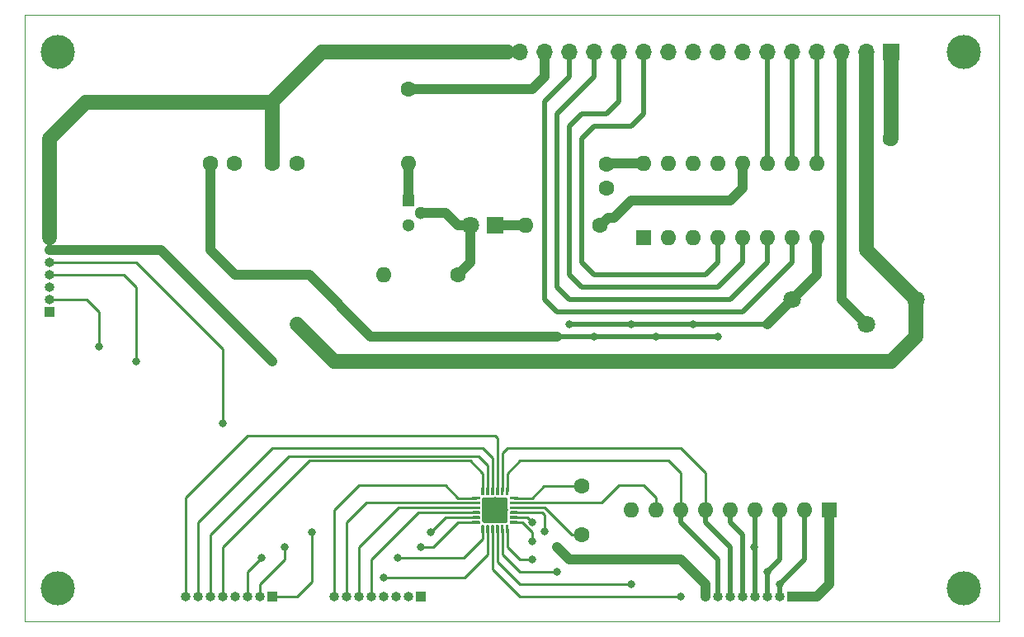
<source format=gbr>
%TF.GenerationSoftware,KiCad,Pcbnew,5.1.3-ffb9f22~84~ubuntu16.04.1*%
%TF.CreationDate,2019-07-26T23:44:31+02:00*%
%TF.ProjectId,Raspberry-I2C-LCD-and-Keypad,52617370-6265-4727-9279-2d4932432d4c,rev?*%
%TF.SameCoordinates,Original*%
%TF.FileFunction,Copper,L2,Bot*%
%TF.FilePolarity,Positive*%
%FSLAX46Y46*%
G04 Gerber Fmt 4.6, Leading zero omitted, Abs format (unit mm)*
G04 Created by KiCad (PCBNEW 5.1.3-ffb9f22~84~ubuntu16.04.1) date 2019-07-26 23:44:31*
%MOMM*%
%LPD*%
G04 APERTURE LIST*
%ADD10C,0.050000*%
%ADD11C,3.500000*%
%ADD12O,1.700000X1.700000*%
%ADD13R,1.700000X1.700000*%
%ADD14C,1.600000*%
%ADD15R,1.600000X1.600000*%
%ADD16C,1.800000*%
%ADD17R,1.800000X1.800000*%
%ADD18O,1.000000X1.000000*%
%ADD19R,1.000000X1.000000*%
%ADD20R,1.300000X1.300000*%
%ADD21C,1.300000*%
%ADD22O,1.600000X1.600000*%
%ADD23C,0.100000*%
%ADD24C,0.300000*%
%ADD25C,2.650000*%
%ADD26C,0.800000*%
%ADD27C,0.250000*%
%ADD28C,0.499872*%
%ADD29C,0.990600*%
%ADD30C,1.498600*%
G04 APERTURE END LIST*
D10*
X191439800Y-69850000D02*
X91440000Y-69850000D01*
X191439800Y-132080000D02*
X191439800Y-69850000D01*
X91440000Y-132080000D02*
X191439800Y-132080000D01*
X91440000Y-69850000D02*
X91440000Y-132080000D01*
D11*
X94840000Y-128660000D03*
X187840000Y-128660000D03*
X94840000Y-73660000D03*
X187840000Y-73660000D03*
D12*
X167640000Y-73660000D03*
X165100000Y-73660000D03*
D13*
X180340000Y-73660000D03*
D12*
X162560000Y-73660000D03*
X160020000Y-73660000D03*
X142240000Y-73660000D03*
X172720000Y-73660000D03*
X170180000Y-73660000D03*
X177800000Y-73660000D03*
X175260000Y-73660000D03*
X147320000Y-73660000D03*
X144780000Y-73660000D03*
X152400000Y-73660000D03*
X149860000Y-73660000D03*
X157480000Y-73660000D03*
X154940000Y-73660000D03*
D14*
X151130000Y-85130000D03*
X151130000Y-87630000D03*
X180300000Y-82550000D03*
D15*
X177800000Y-82550000D03*
D14*
X116880000Y-85090000D03*
X119380000Y-85090000D03*
X112990000Y-85090000D03*
X110490000Y-85090000D03*
D16*
X137160000Y-91440000D03*
D17*
X139700000Y-91440000D03*
D18*
X93980000Y-93980000D03*
X93980000Y-95250000D03*
X93980000Y-96520000D03*
X93980000Y-97790000D03*
X93980000Y-99060000D03*
D19*
X93980000Y-100330000D03*
D18*
X123190000Y-129540000D03*
X124460000Y-129540000D03*
X125730000Y-129540000D03*
X127000000Y-129540000D03*
X128270000Y-129540000D03*
X129540000Y-129540000D03*
X130810000Y-129540000D03*
D19*
X132080000Y-129540000D03*
D18*
X161290000Y-129540000D03*
X162560000Y-129540000D03*
X163830000Y-129540000D03*
X165100000Y-129540000D03*
X166370000Y-129540000D03*
X167640000Y-129540000D03*
X168910000Y-129540000D03*
D19*
X170180000Y-129540000D03*
D18*
X107950000Y-129540000D03*
X109220000Y-129540000D03*
X110490000Y-129540000D03*
X111760000Y-129540000D03*
X113030000Y-129540000D03*
X114300000Y-129540000D03*
X115570000Y-129540000D03*
D19*
X116840000Y-129540000D03*
D20*
X130810000Y-88900000D03*
D21*
X130810000Y-91440000D03*
X132080000Y-90170000D03*
D22*
X128270000Y-96520000D03*
D14*
X135890000Y-96520000D03*
X150495000Y-91440000D03*
D22*
X142875000Y-91440000D03*
X130810000Y-85090000D03*
D14*
X130810000Y-77470000D03*
D22*
X153670000Y-120650000D03*
X156210000Y-120650000D03*
X158750000Y-120650000D03*
X161290000Y-120650000D03*
X163830000Y-120650000D03*
X166370000Y-120650000D03*
X168910000Y-120650000D03*
X171450000Y-120650000D03*
D15*
X173990000Y-120650000D03*
D16*
X182880000Y-99060000D03*
X177800000Y-101600000D03*
X170180000Y-99060000D03*
D23*
G36*
X141982351Y-121750361D02*
G01*
X141989632Y-121751441D01*
X141996771Y-121753229D01*
X142003701Y-121755709D01*
X142010355Y-121758856D01*
X142016668Y-121762640D01*
X142022579Y-121767024D01*
X142028033Y-121771967D01*
X142032976Y-121777421D01*
X142037360Y-121783332D01*
X142041144Y-121789645D01*
X142044291Y-121796299D01*
X142046771Y-121803229D01*
X142048559Y-121810368D01*
X142049639Y-121817649D01*
X142050000Y-121825000D01*
X142050000Y-121975000D01*
X142049639Y-121982351D01*
X142048559Y-121989632D01*
X142046771Y-121996771D01*
X142044291Y-122003701D01*
X142041144Y-122010355D01*
X142037360Y-122016668D01*
X142032976Y-122022579D01*
X142028033Y-122028033D01*
X142022579Y-122032976D01*
X142016668Y-122037360D01*
X142010355Y-122041144D01*
X142003701Y-122044291D01*
X141996771Y-122046771D01*
X141989632Y-122048559D01*
X141982351Y-122049639D01*
X141975000Y-122050000D01*
X141300000Y-122050000D01*
X141292649Y-122049639D01*
X141285368Y-122048559D01*
X141278229Y-122046771D01*
X141271299Y-122044291D01*
X141264645Y-122041144D01*
X141258332Y-122037360D01*
X141252421Y-122032976D01*
X141246967Y-122028033D01*
X141242024Y-122022579D01*
X141237640Y-122016668D01*
X141233856Y-122010355D01*
X141230709Y-122003701D01*
X141228229Y-121996771D01*
X141226441Y-121989632D01*
X141225361Y-121982351D01*
X141225000Y-121975000D01*
X141225000Y-121825000D01*
X141225361Y-121817649D01*
X141226441Y-121810368D01*
X141228229Y-121803229D01*
X141230709Y-121796299D01*
X141233856Y-121789645D01*
X141237640Y-121783332D01*
X141242024Y-121777421D01*
X141246967Y-121771967D01*
X141252421Y-121767024D01*
X141258332Y-121762640D01*
X141264645Y-121758856D01*
X141271299Y-121755709D01*
X141278229Y-121753229D01*
X141285368Y-121751441D01*
X141292649Y-121750361D01*
X141300000Y-121750000D01*
X141975000Y-121750000D01*
X141982351Y-121750361D01*
X141982351Y-121750361D01*
G37*
D24*
X141637500Y-121900000D03*
D23*
G36*
X141982351Y-121250361D02*
G01*
X141989632Y-121251441D01*
X141996771Y-121253229D01*
X142003701Y-121255709D01*
X142010355Y-121258856D01*
X142016668Y-121262640D01*
X142022579Y-121267024D01*
X142028033Y-121271967D01*
X142032976Y-121277421D01*
X142037360Y-121283332D01*
X142041144Y-121289645D01*
X142044291Y-121296299D01*
X142046771Y-121303229D01*
X142048559Y-121310368D01*
X142049639Y-121317649D01*
X142050000Y-121325000D01*
X142050000Y-121475000D01*
X142049639Y-121482351D01*
X142048559Y-121489632D01*
X142046771Y-121496771D01*
X142044291Y-121503701D01*
X142041144Y-121510355D01*
X142037360Y-121516668D01*
X142032976Y-121522579D01*
X142028033Y-121528033D01*
X142022579Y-121532976D01*
X142016668Y-121537360D01*
X142010355Y-121541144D01*
X142003701Y-121544291D01*
X141996771Y-121546771D01*
X141989632Y-121548559D01*
X141982351Y-121549639D01*
X141975000Y-121550000D01*
X141300000Y-121550000D01*
X141292649Y-121549639D01*
X141285368Y-121548559D01*
X141278229Y-121546771D01*
X141271299Y-121544291D01*
X141264645Y-121541144D01*
X141258332Y-121537360D01*
X141252421Y-121532976D01*
X141246967Y-121528033D01*
X141242024Y-121522579D01*
X141237640Y-121516668D01*
X141233856Y-121510355D01*
X141230709Y-121503701D01*
X141228229Y-121496771D01*
X141226441Y-121489632D01*
X141225361Y-121482351D01*
X141225000Y-121475000D01*
X141225000Y-121325000D01*
X141225361Y-121317649D01*
X141226441Y-121310368D01*
X141228229Y-121303229D01*
X141230709Y-121296299D01*
X141233856Y-121289645D01*
X141237640Y-121283332D01*
X141242024Y-121277421D01*
X141246967Y-121271967D01*
X141252421Y-121267024D01*
X141258332Y-121262640D01*
X141264645Y-121258856D01*
X141271299Y-121255709D01*
X141278229Y-121253229D01*
X141285368Y-121251441D01*
X141292649Y-121250361D01*
X141300000Y-121250000D01*
X141975000Y-121250000D01*
X141982351Y-121250361D01*
X141982351Y-121250361D01*
G37*
D24*
X141637500Y-121400000D03*
D23*
G36*
X141982351Y-120750361D02*
G01*
X141989632Y-120751441D01*
X141996771Y-120753229D01*
X142003701Y-120755709D01*
X142010355Y-120758856D01*
X142016668Y-120762640D01*
X142022579Y-120767024D01*
X142028033Y-120771967D01*
X142032976Y-120777421D01*
X142037360Y-120783332D01*
X142041144Y-120789645D01*
X142044291Y-120796299D01*
X142046771Y-120803229D01*
X142048559Y-120810368D01*
X142049639Y-120817649D01*
X142050000Y-120825000D01*
X142050000Y-120975000D01*
X142049639Y-120982351D01*
X142048559Y-120989632D01*
X142046771Y-120996771D01*
X142044291Y-121003701D01*
X142041144Y-121010355D01*
X142037360Y-121016668D01*
X142032976Y-121022579D01*
X142028033Y-121028033D01*
X142022579Y-121032976D01*
X142016668Y-121037360D01*
X142010355Y-121041144D01*
X142003701Y-121044291D01*
X141996771Y-121046771D01*
X141989632Y-121048559D01*
X141982351Y-121049639D01*
X141975000Y-121050000D01*
X141300000Y-121050000D01*
X141292649Y-121049639D01*
X141285368Y-121048559D01*
X141278229Y-121046771D01*
X141271299Y-121044291D01*
X141264645Y-121041144D01*
X141258332Y-121037360D01*
X141252421Y-121032976D01*
X141246967Y-121028033D01*
X141242024Y-121022579D01*
X141237640Y-121016668D01*
X141233856Y-121010355D01*
X141230709Y-121003701D01*
X141228229Y-120996771D01*
X141226441Y-120989632D01*
X141225361Y-120982351D01*
X141225000Y-120975000D01*
X141225000Y-120825000D01*
X141225361Y-120817649D01*
X141226441Y-120810368D01*
X141228229Y-120803229D01*
X141230709Y-120796299D01*
X141233856Y-120789645D01*
X141237640Y-120783332D01*
X141242024Y-120777421D01*
X141246967Y-120771967D01*
X141252421Y-120767024D01*
X141258332Y-120762640D01*
X141264645Y-120758856D01*
X141271299Y-120755709D01*
X141278229Y-120753229D01*
X141285368Y-120751441D01*
X141292649Y-120750361D01*
X141300000Y-120750000D01*
X141975000Y-120750000D01*
X141982351Y-120750361D01*
X141982351Y-120750361D01*
G37*
D24*
X141637500Y-120900000D03*
D23*
G36*
X141982351Y-120250361D02*
G01*
X141989632Y-120251441D01*
X141996771Y-120253229D01*
X142003701Y-120255709D01*
X142010355Y-120258856D01*
X142016668Y-120262640D01*
X142022579Y-120267024D01*
X142028033Y-120271967D01*
X142032976Y-120277421D01*
X142037360Y-120283332D01*
X142041144Y-120289645D01*
X142044291Y-120296299D01*
X142046771Y-120303229D01*
X142048559Y-120310368D01*
X142049639Y-120317649D01*
X142050000Y-120325000D01*
X142050000Y-120475000D01*
X142049639Y-120482351D01*
X142048559Y-120489632D01*
X142046771Y-120496771D01*
X142044291Y-120503701D01*
X142041144Y-120510355D01*
X142037360Y-120516668D01*
X142032976Y-120522579D01*
X142028033Y-120528033D01*
X142022579Y-120532976D01*
X142016668Y-120537360D01*
X142010355Y-120541144D01*
X142003701Y-120544291D01*
X141996771Y-120546771D01*
X141989632Y-120548559D01*
X141982351Y-120549639D01*
X141975000Y-120550000D01*
X141300000Y-120550000D01*
X141292649Y-120549639D01*
X141285368Y-120548559D01*
X141278229Y-120546771D01*
X141271299Y-120544291D01*
X141264645Y-120541144D01*
X141258332Y-120537360D01*
X141252421Y-120532976D01*
X141246967Y-120528033D01*
X141242024Y-120522579D01*
X141237640Y-120516668D01*
X141233856Y-120510355D01*
X141230709Y-120503701D01*
X141228229Y-120496771D01*
X141226441Y-120489632D01*
X141225361Y-120482351D01*
X141225000Y-120475000D01*
X141225000Y-120325000D01*
X141225361Y-120317649D01*
X141226441Y-120310368D01*
X141228229Y-120303229D01*
X141230709Y-120296299D01*
X141233856Y-120289645D01*
X141237640Y-120283332D01*
X141242024Y-120277421D01*
X141246967Y-120271967D01*
X141252421Y-120267024D01*
X141258332Y-120262640D01*
X141264645Y-120258856D01*
X141271299Y-120255709D01*
X141278229Y-120253229D01*
X141285368Y-120251441D01*
X141292649Y-120250361D01*
X141300000Y-120250000D01*
X141975000Y-120250000D01*
X141982351Y-120250361D01*
X141982351Y-120250361D01*
G37*
D24*
X141637500Y-120400000D03*
D23*
G36*
X141982351Y-119750361D02*
G01*
X141989632Y-119751441D01*
X141996771Y-119753229D01*
X142003701Y-119755709D01*
X142010355Y-119758856D01*
X142016668Y-119762640D01*
X142022579Y-119767024D01*
X142028033Y-119771967D01*
X142032976Y-119777421D01*
X142037360Y-119783332D01*
X142041144Y-119789645D01*
X142044291Y-119796299D01*
X142046771Y-119803229D01*
X142048559Y-119810368D01*
X142049639Y-119817649D01*
X142050000Y-119825000D01*
X142050000Y-119975000D01*
X142049639Y-119982351D01*
X142048559Y-119989632D01*
X142046771Y-119996771D01*
X142044291Y-120003701D01*
X142041144Y-120010355D01*
X142037360Y-120016668D01*
X142032976Y-120022579D01*
X142028033Y-120028033D01*
X142022579Y-120032976D01*
X142016668Y-120037360D01*
X142010355Y-120041144D01*
X142003701Y-120044291D01*
X141996771Y-120046771D01*
X141989632Y-120048559D01*
X141982351Y-120049639D01*
X141975000Y-120050000D01*
X141300000Y-120050000D01*
X141292649Y-120049639D01*
X141285368Y-120048559D01*
X141278229Y-120046771D01*
X141271299Y-120044291D01*
X141264645Y-120041144D01*
X141258332Y-120037360D01*
X141252421Y-120032976D01*
X141246967Y-120028033D01*
X141242024Y-120022579D01*
X141237640Y-120016668D01*
X141233856Y-120010355D01*
X141230709Y-120003701D01*
X141228229Y-119996771D01*
X141226441Y-119989632D01*
X141225361Y-119982351D01*
X141225000Y-119975000D01*
X141225000Y-119825000D01*
X141225361Y-119817649D01*
X141226441Y-119810368D01*
X141228229Y-119803229D01*
X141230709Y-119796299D01*
X141233856Y-119789645D01*
X141237640Y-119783332D01*
X141242024Y-119777421D01*
X141246967Y-119771967D01*
X141252421Y-119767024D01*
X141258332Y-119762640D01*
X141264645Y-119758856D01*
X141271299Y-119755709D01*
X141278229Y-119753229D01*
X141285368Y-119751441D01*
X141292649Y-119750361D01*
X141300000Y-119750000D01*
X141975000Y-119750000D01*
X141982351Y-119750361D01*
X141982351Y-119750361D01*
G37*
D24*
X141637500Y-119900000D03*
D23*
G36*
X141982351Y-119250361D02*
G01*
X141989632Y-119251441D01*
X141996771Y-119253229D01*
X142003701Y-119255709D01*
X142010355Y-119258856D01*
X142016668Y-119262640D01*
X142022579Y-119267024D01*
X142028033Y-119271967D01*
X142032976Y-119277421D01*
X142037360Y-119283332D01*
X142041144Y-119289645D01*
X142044291Y-119296299D01*
X142046771Y-119303229D01*
X142048559Y-119310368D01*
X142049639Y-119317649D01*
X142050000Y-119325000D01*
X142050000Y-119475000D01*
X142049639Y-119482351D01*
X142048559Y-119489632D01*
X142046771Y-119496771D01*
X142044291Y-119503701D01*
X142041144Y-119510355D01*
X142037360Y-119516668D01*
X142032976Y-119522579D01*
X142028033Y-119528033D01*
X142022579Y-119532976D01*
X142016668Y-119537360D01*
X142010355Y-119541144D01*
X142003701Y-119544291D01*
X141996771Y-119546771D01*
X141989632Y-119548559D01*
X141982351Y-119549639D01*
X141975000Y-119550000D01*
X141300000Y-119550000D01*
X141292649Y-119549639D01*
X141285368Y-119548559D01*
X141278229Y-119546771D01*
X141271299Y-119544291D01*
X141264645Y-119541144D01*
X141258332Y-119537360D01*
X141252421Y-119532976D01*
X141246967Y-119528033D01*
X141242024Y-119522579D01*
X141237640Y-119516668D01*
X141233856Y-119510355D01*
X141230709Y-119503701D01*
X141228229Y-119496771D01*
X141226441Y-119489632D01*
X141225361Y-119482351D01*
X141225000Y-119475000D01*
X141225000Y-119325000D01*
X141225361Y-119317649D01*
X141226441Y-119310368D01*
X141228229Y-119303229D01*
X141230709Y-119296299D01*
X141233856Y-119289645D01*
X141237640Y-119283332D01*
X141242024Y-119277421D01*
X141246967Y-119271967D01*
X141252421Y-119267024D01*
X141258332Y-119262640D01*
X141264645Y-119258856D01*
X141271299Y-119255709D01*
X141278229Y-119253229D01*
X141285368Y-119251441D01*
X141292649Y-119250361D01*
X141300000Y-119250000D01*
X141975000Y-119250000D01*
X141982351Y-119250361D01*
X141982351Y-119250361D01*
G37*
D24*
X141637500Y-119400000D03*
D23*
G36*
X141032351Y-118300361D02*
G01*
X141039632Y-118301441D01*
X141046771Y-118303229D01*
X141053701Y-118305709D01*
X141060355Y-118308856D01*
X141066668Y-118312640D01*
X141072579Y-118317024D01*
X141078033Y-118321967D01*
X141082976Y-118327421D01*
X141087360Y-118333332D01*
X141091144Y-118339645D01*
X141094291Y-118346299D01*
X141096771Y-118353229D01*
X141098559Y-118360368D01*
X141099639Y-118367649D01*
X141100000Y-118375000D01*
X141100000Y-119050000D01*
X141099639Y-119057351D01*
X141098559Y-119064632D01*
X141096771Y-119071771D01*
X141094291Y-119078701D01*
X141091144Y-119085355D01*
X141087360Y-119091668D01*
X141082976Y-119097579D01*
X141078033Y-119103033D01*
X141072579Y-119107976D01*
X141066668Y-119112360D01*
X141060355Y-119116144D01*
X141053701Y-119119291D01*
X141046771Y-119121771D01*
X141039632Y-119123559D01*
X141032351Y-119124639D01*
X141025000Y-119125000D01*
X140875000Y-119125000D01*
X140867649Y-119124639D01*
X140860368Y-119123559D01*
X140853229Y-119121771D01*
X140846299Y-119119291D01*
X140839645Y-119116144D01*
X140833332Y-119112360D01*
X140827421Y-119107976D01*
X140821967Y-119103033D01*
X140817024Y-119097579D01*
X140812640Y-119091668D01*
X140808856Y-119085355D01*
X140805709Y-119078701D01*
X140803229Y-119071771D01*
X140801441Y-119064632D01*
X140800361Y-119057351D01*
X140800000Y-119050000D01*
X140800000Y-118375000D01*
X140800361Y-118367649D01*
X140801441Y-118360368D01*
X140803229Y-118353229D01*
X140805709Y-118346299D01*
X140808856Y-118339645D01*
X140812640Y-118333332D01*
X140817024Y-118327421D01*
X140821967Y-118321967D01*
X140827421Y-118317024D01*
X140833332Y-118312640D01*
X140839645Y-118308856D01*
X140846299Y-118305709D01*
X140853229Y-118303229D01*
X140860368Y-118301441D01*
X140867649Y-118300361D01*
X140875000Y-118300000D01*
X141025000Y-118300000D01*
X141032351Y-118300361D01*
X141032351Y-118300361D01*
G37*
D24*
X140950000Y-118712500D03*
D23*
G36*
X140532351Y-118300361D02*
G01*
X140539632Y-118301441D01*
X140546771Y-118303229D01*
X140553701Y-118305709D01*
X140560355Y-118308856D01*
X140566668Y-118312640D01*
X140572579Y-118317024D01*
X140578033Y-118321967D01*
X140582976Y-118327421D01*
X140587360Y-118333332D01*
X140591144Y-118339645D01*
X140594291Y-118346299D01*
X140596771Y-118353229D01*
X140598559Y-118360368D01*
X140599639Y-118367649D01*
X140600000Y-118375000D01*
X140600000Y-119050000D01*
X140599639Y-119057351D01*
X140598559Y-119064632D01*
X140596771Y-119071771D01*
X140594291Y-119078701D01*
X140591144Y-119085355D01*
X140587360Y-119091668D01*
X140582976Y-119097579D01*
X140578033Y-119103033D01*
X140572579Y-119107976D01*
X140566668Y-119112360D01*
X140560355Y-119116144D01*
X140553701Y-119119291D01*
X140546771Y-119121771D01*
X140539632Y-119123559D01*
X140532351Y-119124639D01*
X140525000Y-119125000D01*
X140375000Y-119125000D01*
X140367649Y-119124639D01*
X140360368Y-119123559D01*
X140353229Y-119121771D01*
X140346299Y-119119291D01*
X140339645Y-119116144D01*
X140333332Y-119112360D01*
X140327421Y-119107976D01*
X140321967Y-119103033D01*
X140317024Y-119097579D01*
X140312640Y-119091668D01*
X140308856Y-119085355D01*
X140305709Y-119078701D01*
X140303229Y-119071771D01*
X140301441Y-119064632D01*
X140300361Y-119057351D01*
X140300000Y-119050000D01*
X140300000Y-118375000D01*
X140300361Y-118367649D01*
X140301441Y-118360368D01*
X140303229Y-118353229D01*
X140305709Y-118346299D01*
X140308856Y-118339645D01*
X140312640Y-118333332D01*
X140317024Y-118327421D01*
X140321967Y-118321967D01*
X140327421Y-118317024D01*
X140333332Y-118312640D01*
X140339645Y-118308856D01*
X140346299Y-118305709D01*
X140353229Y-118303229D01*
X140360368Y-118301441D01*
X140367649Y-118300361D01*
X140375000Y-118300000D01*
X140525000Y-118300000D01*
X140532351Y-118300361D01*
X140532351Y-118300361D01*
G37*
D24*
X140450000Y-118712500D03*
D23*
G36*
X140032351Y-118300361D02*
G01*
X140039632Y-118301441D01*
X140046771Y-118303229D01*
X140053701Y-118305709D01*
X140060355Y-118308856D01*
X140066668Y-118312640D01*
X140072579Y-118317024D01*
X140078033Y-118321967D01*
X140082976Y-118327421D01*
X140087360Y-118333332D01*
X140091144Y-118339645D01*
X140094291Y-118346299D01*
X140096771Y-118353229D01*
X140098559Y-118360368D01*
X140099639Y-118367649D01*
X140100000Y-118375000D01*
X140100000Y-119050000D01*
X140099639Y-119057351D01*
X140098559Y-119064632D01*
X140096771Y-119071771D01*
X140094291Y-119078701D01*
X140091144Y-119085355D01*
X140087360Y-119091668D01*
X140082976Y-119097579D01*
X140078033Y-119103033D01*
X140072579Y-119107976D01*
X140066668Y-119112360D01*
X140060355Y-119116144D01*
X140053701Y-119119291D01*
X140046771Y-119121771D01*
X140039632Y-119123559D01*
X140032351Y-119124639D01*
X140025000Y-119125000D01*
X139875000Y-119125000D01*
X139867649Y-119124639D01*
X139860368Y-119123559D01*
X139853229Y-119121771D01*
X139846299Y-119119291D01*
X139839645Y-119116144D01*
X139833332Y-119112360D01*
X139827421Y-119107976D01*
X139821967Y-119103033D01*
X139817024Y-119097579D01*
X139812640Y-119091668D01*
X139808856Y-119085355D01*
X139805709Y-119078701D01*
X139803229Y-119071771D01*
X139801441Y-119064632D01*
X139800361Y-119057351D01*
X139800000Y-119050000D01*
X139800000Y-118375000D01*
X139800361Y-118367649D01*
X139801441Y-118360368D01*
X139803229Y-118353229D01*
X139805709Y-118346299D01*
X139808856Y-118339645D01*
X139812640Y-118333332D01*
X139817024Y-118327421D01*
X139821967Y-118321967D01*
X139827421Y-118317024D01*
X139833332Y-118312640D01*
X139839645Y-118308856D01*
X139846299Y-118305709D01*
X139853229Y-118303229D01*
X139860368Y-118301441D01*
X139867649Y-118300361D01*
X139875000Y-118300000D01*
X140025000Y-118300000D01*
X140032351Y-118300361D01*
X140032351Y-118300361D01*
G37*
D24*
X139950000Y-118712500D03*
D23*
G36*
X139532351Y-118300361D02*
G01*
X139539632Y-118301441D01*
X139546771Y-118303229D01*
X139553701Y-118305709D01*
X139560355Y-118308856D01*
X139566668Y-118312640D01*
X139572579Y-118317024D01*
X139578033Y-118321967D01*
X139582976Y-118327421D01*
X139587360Y-118333332D01*
X139591144Y-118339645D01*
X139594291Y-118346299D01*
X139596771Y-118353229D01*
X139598559Y-118360368D01*
X139599639Y-118367649D01*
X139600000Y-118375000D01*
X139600000Y-119050000D01*
X139599639Y-119057351D01*
X139598559Y-119064632D01*
X139596771Y-119071771D01*
X139594291Y-119078701D01*
X139591144Y-119085355D01*
X139587360Y-119091668D01*
X139582976Y-119097579D01*
X139578033Y-119103033D01*
X139572579Y-119107976D01*
X139566668Y-119112360D01*
X139560355Y-119116144D01*
X139553701Y-119119291D01*
X139546771Y-119121771D01*
X139539632Y-119123559D01*
X139532351Y-119124639D01*
X139525000Y-119125000D01*
X139375000Y-119125000D01*
X139367649Y-119124639D01*
X139360368Y-119123559D01*
X139353229Y-119121771D01*
X139346299Y-119119291D01*
X139339645Y-119116144D01*
X139333332Y-119112360D01*
X139327421Y-119107976D01*
X139321967Y-119103033D01*
X139317024Y-119097579D01*
X139312640Y-119091668D01*
X139308856Y-119085355D01*
X139305709Y-119078701D01*
X139303229Y-119071771D01*
X139301441Y-119064632D01*
X139300361Y-119057351D01*
X139300000Y-119050000D01*
X139300000Y-118375000D01*
X139300361Y-118367649D01*
X139301441Y-118360368D01*
X139303229Y-118353229D01*
X139305709Y-118346299D01*
X139308856Y-118339645D01*
X139312640Y-118333332D01*
X139317024Y-118327421D01*
X139321967Y-118321967D01*
X139327421Y-118317024D01*
X139333332Y-118312640D01*
X139339645Y-118308856D01*
X139346299Y-118305709D01*
X139353229Y-118303229D01*
X139360368Y-118301441D01*
X139367649Y-118300361D01*
X139375000Y-118300000D01*
X139525000Y-118300000D01*
X139532351Y-118300361D01*
X139532351Y-118300361D01*
G37*
D24*
X139450000Y-118712500D03*
D23*
G36*
X139032351Y-118300361D02*
G01*
X139039632Y-118301441D01*
X139046771Y-118303229D01*
X139053701Y-118305709D01*
X139060355Y-118308856D01*
X139066668Y-118312640D01*
X139072579Y-118317024D01*
X139078033Y-118321967D01*
X139082976Y-118327421D01*
X139087360Y-118333332D01*
X139091144Y-118339645D01*
X139094291Y-118346299D01*
X139096771Y-118353229D01*
X139098559Y-118360368D01*
X139099639Y-118367649D01*
X139100000Y-118375000D01*
X139100000Y-119050000D01*
X139099639Y-119057351D01*
X139098559Y-119064632D01*
X139096771Y-119071771D01*
X139094291Y-119078701D01*
X139091144Y-119085355D01*
X139087360Y-119091668D01*
X139082976Y-119097579D01*
X139078033Y-119103033D01*
X139072579Y-119107976D01*
X139066668Y-119112360D01*
X139060355Y-119116144D01*
X139053701Y-119119291D01*
X139046771Y-119121771D01*
X139039632Y-119123559D01*
X139032351Y-119124639D01*
X139025000Y-119125000D01*
X138875000Y-119125000D01*
X138867649Y-119124639D01*
X138860368Y-119123559D01*
X138853229Y-119121771D01*
X138846299Y-119119291D01*
X138839645Y-119116144D01*
X138833332Y-119112360D01*
X138827421Y-119107976D01*
X138821967Y-119103033D01*
X138817024Y-119097579D01*
X138812640Y-119091668D01*
X138808856Y-119085355D01*
X138805709Y-119078701D01*
X138803229Y-119071771D01*
X138801441Y-119064632D01*
X138800361Y-119057351D01*
X138800000Y-119050000D01*
X138800000Y-118375000D01*
X138800361Y-118367649D01*
X138801441Y-118360368D01*
X138803229Y-118353229D01*
X138805709Y-118346299D01*
X138808856Y-118339645D01*
X138812640Y-118333332D01*
X138817024Y-118327421D01*
X138821967Y-118321967D01*
X138827421Y-118317024D01*
X138833332Y-118312640D01*
X138839645Y-118308856D01*
X138846299Y-118305709D01*
X138853229Y-118303229D01*
X138860368Y-118301441D01*
X138867649Y-118300361D01*
X138875000Y-118300000D01*
X139025000Y-118300000D01*
X139032351Y-118300361D01*
X139032351Y-118300361D01*
G37*
D24*
X138950000Y-118712500D03*
D23*
G36*
X138532351Y-118300361D02*
G01*
X138539632Y-118301441D01*
X138546771Y-118303229D01*
X138553701Y-118305709D01*
X138560355Y-118308856D01*
X138566668Y-118312640D01*
X138572579Y-118317024D01*
X138578033Y-118321967D01*
X138582976Y-118327421D01*
X138587360Y-118333332D01*
X138591144Y-118339645D01*
X138594291Y-118346299D01*
X138596771Y-118353229D01*
X138598559Y-118360368D01*
X138599639Y-118367649D01*
X138600000Y-118375000D01*
X138600000Y-119050000D01*
X138599639Y-119057351D01*
X138598559Y-119064632D01*
X138596771Y-119071771D01*
X138594291Y-119078701D01*
X138591144Y-119085355D01*
X138587360Y-119091668D01*
X138582976Y-119097579D01*
X138578033Y-119103033D01*
X138572579Y-119107976D01*
X138566668Y-119112360D01*
X138560355Y-119116144D01*
X138553701Y-119119291D01*
X138546771Y-119121771D01*
X138539632Y-119123559D01*
X138532351Y-119124639D01*
X138525000Y-119125000D01*
X138375000Y-119125000D01*
X138367649Y-119124639D01*
X138360368Y-119123559D01*
X138353229Y-119121771D01*
X138346299Y-119119291D01*
X138339645Y-119116144D01*
X138333332Y-119112360D01*
X138327421Y-119107976D01*
X138321967Y-119103033D01*
X138317024Y-119097579D01*
X138312640Y-119091668D01*
X138308856Y-119085355D01*
X138305709Y-119078701D01*
X138303229Y-119071771D01*
X138301441Y-119064632D01*
X138300361Y-119057351D01*
X138300000Y-119050000D01*
X138300000Y-118375000D01*
X138300361Y-118367649D01*
X138301441Y-118360368D01*
X138303229Y-118353229D01*
X138305709Y-118346299D01*
X138308856Y-118339645D01*
X138312640Y-118333332D01*
X138317024Y-118327421D01*
X138321967Y-118321967D01*
X138327421Y-118317024D01*
X138333332Y-118312640D01*
X138339645Y-118308856D01*
X138346299Y-118305709D01*
X138353229Y-118303229D01*
X138360368Y-118301441D01*
X138367649Y-118300361D01*
X138375000Y-118300000D01*
X138525000Y-118300000D01*
X138532351Y-118300361D01*
X138532351Y-118300361D01*
G37*
D24*
X138450000Y-118712500D03*
D23*
G36*
X138107351Y-119250361D02*
G01*
X138114632Y-119251441D01*
X138121771Y-119253229D01*
X138128701Y-119255709D01*
X138135355Y-119258856D01*
X138141668Y-119262640D01*
X138147579Y-119267024D01*
X138153033Y-119271967D01*
X138157976Y-119277421D01*
X138162360Y-119283332D01*
X138166144Y-119289645D01*
X138169291Y-119296299D01*
X138171771Y-119303229D01*
X138173559Y-119310368D01*
X138174639Y-119317649D01*
X138175000Y-119325000D01*
X138175000Y-119475000D01*
X138174639Y-119482351D01*
X138173559Y-119489632D01*
X138171771Y-119496771D01*
X138169291Y-119503701D01*
X138166144Y-119510355D01*
X138162360Y-119516668D01*
X138157976Y-119522579D01*
X138153033Y-119528033D01*
X138147579Y-119532976D01*
X138141668Y-119537360D01*
X138135355Y-119541144D01*
X138128701Y-119544291D01*
X138121771Y-119546771D01*
X138114632Y-119548559D01*
X138107351Y-119549639D01*
X138100000Y-119550000D01*
X137425000Y-119550000D01*
X137417649Y-119549639D01*
X137410368Y-119548559D01*
X137403229Y-119546771D01*
X137396299Y-119544291D01*
X137389645Y-119541144D01*
X137383332Y-119537360D01*
X137377421Y-119532976D01*
X137371967Y-119528033D01*
X137367024Y-119522579D01*
X137362640Y-119516668D01*
X137358856Y-119510355D01*
X137355709Y-119503701D01*
X137353229Y-119496771D01*
X137351441Y-119489632D01*
X137350361Y-119482351D01*
X137350000Y-119475000D01*
X137350000Y-119325000D01*
X137350361Y-119317649D01*
X137351441Y-119310368D01*
X137353229Y-119303229D01*
X137355709Y-119296299D01*
X137358856Y-119289645D01*
X137362640Y-119283332D01*
X137367024Y-119277421D01*
X137371967Y-119271967D01*
X137377421Y-119267024D01*
X137383332Y-119262640D01*
X137389645Y-119258856D01*
X137396299Y-119255709D01*
X137403229Y-119253229D01*
X137410368Y-119251441D01*
X137417649Y-119250361D01*
X137425000Y-119250000D01*
X138100000Y-119250000D01*
X138107351Y-119250361D01*
X138107351Y-119250361D01*
G37*
D24*
X137762500Y-119400000D03*
D23*
G36*
X138107351Y-119750361D02*
G01*
X138114632Y-119751441D01*
X138121771Y-119753229D01*
X138128701Y-119755709D01*
X138135355Y-119758856D01*
X138141668Y-119762640D01*
X138147579Y-119767024D01*
X138153033Y-119771967D01*
X138157976Y-119777421D01*
X138162360Y-119783332D01*
X138166144Y-119789645D01*
X138169291Y-119796299D01*
X138171771Y-119803229D01*
X138173559Y-119810368D01*
X138174639Y-119817649D01*
X138175000Y-119825000D01*
X138175000Y-119975000D01*
X138174639Y-119982351D01*
X138173559Y-119989632D01*
X138171771Y-119996771D01*
X138169291Y-120003701D01*
X138166144Y-120010355D01*
X138162360Y-120016668D01*
X138157976Y-120022579D01*
X138153033Y-120028033D01*
X138147579Y-120032976D01*
X138141668Y-120037360D01*
X138135355Y-120041144D01*
X138128701Y-120044291D01*
X138121771Y-120046771D01*
X138114632Y-120048559D01*
X138107351Y-120049639D01*
X138100000Y-120050000D01*
X137425000Y-120050000D01*
X137417649Y-120049639D01*
X137410368Y-120048559D01*
X137403229Y-120046771D01*
X137396299Y-120044291D01*
X137389645Y-120041144D01*
X137383332Y-120037360D01*
X137377421Y-120032976D01*
X137371967Y-120028033D01*
X137367024Y-120022579D01*
X137362640Y-120016668D01*
X137358856Y-120010355D01*
X137355709Y-120003701D01*
X137353229Y-119996771D01*
X137351441Y-119989632D01*
X137350361Y-119982351D01*
X137350000Y-119975000D01*
X137350000Y-119825000D01*
X137350361Y-119817649D01*
X137351441Y-119810368D01*
X137353229Y-119803229D01*
X137355709Y-119796299D01*
X137358856Y-119789645D01*
X137362640Y-119783332D01*
X137367024Y-119777421D01*
X137371967Y-119771967D01*
X137377421Y-119767024D01*
X137383332Y-119762640D01*
X137389645Y-119758856D01*
X137396299Y-119755709D01*
X137403229Y-119753229D01*
X137410368Y-119751441D01*
X137417649Y-119750361D01*
X137425000Y-119750000D01*
X138100000Y-119750000D01*
X138107351Y-119750361D01*
X138107351Y-119750361D01*
G37*
D24*
X137762500Y-119900000D03*
D23*
G36*
X138107351Y-120250361D02*
G01*
X138114632Y-120251441D01*
X138121771Y-120253229D01*
X138128701Y-120255709D01*
X138135355Y-120258856D01*
X138141668Y-120262640D01*
X138147579Y-120267024D01*
X138153033Y-120271967D01*
X138157976Y-120277421D01*
X138162360Y-120283332D01*
X138166144Y-120289645D01*
X138169291Y-120296299D01*
X138171771Y-120303229D01*
X138173559Y-120310368D01*
X138174639Y-120317649D01*
X138175000Y-120325000D01*
X138175000Y-120475000D01*
X138174639Y-120482351D01*
X138173559Y-120489632D01*
X138171771Y-120496771D01*
X138169291Y-120503701D01*
X138166144Y-120510355D01*
X138162360Y-120516668D01*
X138157976Y-120522579D01*
X138153033Y-120528033D01*
X138147579Y-120532976D01*
X138141668Y-120537360D01*
X138135355Y-120541144D01*
X138128701Y-120544291D01*
X138121771Y-120546771D01*
X138114632Y-120548559D01*
X138107351Y-120549639D01*
X138100000Y-120550000D01*
X137425000Y-120550000D01*
X137417649Y-120549639D01*
X137410368Y-120548559D01*
X137403229Y-120546771D01*
X137396299Y-120544291D01*
X137389645Y-120541144D01*
X137383332Y-120537360D01*
X137377421Y-120532976D01*
X137371967Y-120528033D01*
X137367024Y-120522579D01*
X137362640Y-120516668D01*
X137358856Y-120510355D01*
X137355709Y-120503701D01*
X137353229Y-120496771D01*
X137351441Y-120489632D01*
X137350361Y-120482351D01*
X137350000Y-120475000D01*
X137350000Y-120325000D01*
X137350361Y-120317649D01*
X137351441Y-120310368D01*
X137353229Y-120303229D01*
X137355709Y-120296299D01*
X137358856Y-120289645D01*
X137362640Y-120283332D01*
X137367024Y-120277421D01*
X137371967Y-120271967D01*
X137377421Y-120267024D01*
X137383332Y-120262640D01*
X137389645Y-120258856D01*
X137396299Y-120255709D01*
X137403229Y-120253229D01*
X137410368Y-120251441D01*
X137417649Y-120250361D01*
X137425000Y-120250000D01*
X138100000Y-120250000D01*
X138107351Y-120250361D01*
X138107351Y-120250361D01*
G37*
D24*
X137762500Y-120400000D03*
D23*
G36*
X138107351Y-120750361D02*
G01*
X138114632Y-120751441D01*
X138121771Y-120753229D01*
X138128701Y-120755709D01*
X138135355Y-120758856D01*
X138141668Y-120762640D01*
X138147579Y-120767024D01*
X138153033Y-120771967D01*
X138157976Y-120777421D01*
X138162360Y-120783332D01*
X138166144Y-120789645D01*
X138169291Y-120796299D01*
X138171771Y-120803229D01*
X138173559Y-120810368D01*
X138174639Y-120817649D01*
X138175000Y-120825000D01*
X138175000Y-120975000D01*
X138174639Y-120982351D01*
X138173559Y-120989632D01*
X138171771Y-120996771D01*
X138169291Y-121003701D01*
X138166144Y-121010355D01*
X138162360Y-121016668D01*
X138157976Y-121022579D01*
X138153033Y-121028033D01*
X138147579Y-121032976D01*
X138141668Y-121037360D01*
X138135355Y-121041144D01*
X138128701Y-121044291D01*
X138121771Y-121046771D01*
X138114632Y-121048559D01*
X138107351Y-121049639D01*
X138100000Y-121050000D01*
X137425000Y-121050000D01*
X137417649Y-121049639D01*
X137410368Y-121048559D01*
X137403229Y-121046771D01*
X137396299Y-121044291D01*
X137389645Y-121041144D01*
X137383332Y-121037360D01*
X137377421Y-121032976D01*
X137371967Y-121028033D01*
X137367024Y-121022579D01*
X137362640Y-121016668D01*
X137358856Y-121010355D01*
X137355709Y-121003701D01*
X137353229Y-120996771D01*
X137351441Y-120989632D01*
X137350361Y-120982351D01*
X137350000Y-120975000D01*
X137350000Y-120825000D01*
X137350361Y-120817649D01*
X137351441Y-120810368D01*
X137353229Y-120803229D01*
X137355709Y-120796299D01*
X137358856Y-120789645D01*
X137362640Y-120783332D01*
X137367024Y-120777421D01*
X137371967Y-120771967D01*
X137377421Y-120767024D01*
X137383332Y-120762640D01*
X137389645Y-120758856D01*
X137396299Y-120755709D01*
X137403229Y-120753229D01*
X137410368Y-120751441D01*
X137417649Y-120750361D01*
X137425000Y-120750000D01*
X138100000Y-120750000D01*
X138107351Y-120750361D01*
X138107351Y-120750361D01*
G37*
D24*
X137762500Y-120900000D03*
D23*
G36*
X138107351Y-121250361D02*
G01*
X138114632Y-121251441D01*
X138121771Y-121253229D01*
X138128701Y-121255709D01*
X138135355Y-121258856D01*
X138141668Y-121262640D01*
X138147579Y-121267024D01*
X138153033Y-121271967D01*
X138157976Y-121277421D01*
X138162360Y-121283332D01*
X138166144Y-121289645D01*
X138169291Y-121296299D01*
X138171771Y-121303229D01*
X138173559Y-121310368D01*
X138174639Y-121317649D01*
X138175000Y-121325000D01*
X138175000Y-121475000D01*
X138174639Y-121482351D01*
X138173559Y-121489632D01*
X138171771Y-121496771D01*
X138169291Y-121503701D01*
X138166144Y-121510355D01*
X138162360Y-121516668D01*
X138157976Y-121522579D01*
X138153033Y-121528033D01*
X138147579Y-121532976D01*
X138141668Y-121537360D01*
X138135355Y-121541144D01*
X138128701Y-121544291D01*
X138121771Y-121546771D01*
X138114632Y-121548559D01*
X138107351Y-121549639D01*
X138100000Y-121550000D01*
X137425000Y-121550000D01*
X137417649Y-121549639D01*
X137410368Y-121548559D01*
X137403229Y-121546771D01*
X137396299Y-121544291D01*
X137389645Y-121541144D01*
X137383332Y-121537360D01*
X137377421Y-121532976D01*
X137371967Y-121528033D01*
X137367024Y-121522579D01*
X137362640Y-121516668D01*
X137358856Y-121510355D01*
X137355709Y-121503701D01*
X137353229Y-121496771D01*
X137351441Y-121489632D01*
X137350361Y-121482351D01*
X137350000Y-121475000D01*
X137350000Y-121325000D01*
X137350361Y-121317649D01*
X137351441Y-121310368D01*
X137353229Y-121303229D01*
X137355709Y-121296299D01*
X137358856Y-121289645D01*
X137362640Y-121283332D01*
X137367024Y-121277421D01*
X137371967Y-121271967D01*
X137377421Y-121267024D01*
X137383332Y-121262640D01*
X137389645Y-121258856D01*
X137396299Y-121255709D01*
X137403229Y-121253229D01*
X137410368Y-121251441D01*
X137417649Y-121250361D01*
X137425000Y-121250000D01*
X138100000Y-121250000D01*
X138107351Y-121250361D01*
X138107351Y-121250361D01*
G37*
D24*
X137762500Y-121400000D03*
D23*
G36*
X138107351Y-121750361D02*
G01*
X138114632Y-121751441D01*
X138121771Y-121753229D01*
X138128701Y-121755709D01*
X138135355Y-121758856D01*
X138141668Y-121762640D01*
X138147579Y-121767024D01*
X138153033Y-121771967D01*
X138157976Y-121777421D01*
X138162360Y-121783332D01*
X138166144Y-121789645D01*
X138169291Y-121796299D01*
X138171771Y-121803229D01*
X138173559Y-121810368D01*
X138174639Y-121817649D01*
X138175000Y-121825000D01*
X138175000Y-121975000D01*
X138174639Y-121982351D01*
X138173559Y-121989632D01*
X138171771Y-121996771D01*
X138169291Y-122003701D01*
X138166144Y-122010355D01*
X138162360Y-122016668D01*
X138157976Y-122022579D01*
X138153033Y-122028033D01*
X138147579Y-122032976D01*
X138141668Y-122037360D01*
X138135355Y-122041144D01*
X138128701Y-122044291D01*
X138121771Y-122046771D01*
X138114632Y-122048559D01*
X138107351Y-122049639D01*
X138100000Y-122050000D01*
X137425000Y-122050000D01*
X137417649Y-122049639D01*
X137410368Y-122048559D01*
X137403229Y-122046771D01*
X137396299Y-122044291D01*
X137389645Y-122041144D01*
X137383332Y-122037360D01*
X137377421Y-122032976D01*
X137371967Y-122028033D01*
X137367024Y-122022579D01*
X137362640Y-122016668D01*
X137358856Y-122010355D01*
X137355709Y-122003701D01*
X137353229Y-121996771D01*
X137351441Y-121989632D01*
X137350361Y-121982351D01*
X137350000Y-121975000D01*
X137350000Y-121825000D01*
X137350361Y-121817649D01*
X137351441Y-121810368D01*
X137353229Y-121803229D01*
X137355709Y-121796299D01*
X137358856Y-121789645D01*
X137362640Y-121783332D01*
X137367024Y-121777421D01*
X137371967Y-121771967D01*
X137377421Y-121767024D01*
X137383332Y-121762640D01*
X137389645Y-121758856D01*
X137396299Y-121755709D01*
X137403229Y-121753229D01*
X137410368Y-121751441D01*
X137417649Y-121750361D01*
X137425000Y-121750000D01*
X138100000Y-121750000D01*
X138107351Y-121750361D01*
X138107351Y-121750361D01*
G37*
D24*
X137762500Y-121900000D03*
D23*
G36*
X138532351Y-122175361D02*
G01*
X138539632Y-122176441D01*
X138546771Y-122178229D01*
X138553701Y-122180709D01*
X138560355Y-122183856D01*
X138566668Y-122187640D01*
X138572579Y-122192024D01*
X138578033Y-122196967D01*
X138582976Y-122202421D01*
X138587360Y-122208332D01*
X138591144Y-122214645D01*
X138594291Y-122221299D01*
X138596771Y-122228229D01*
X138598559Y-122235368D01*
X138599639Y-122242649D01*
X138600000Y-122250000D01*
X138600000Y-122925000D01*
X138599639Y-122932351D01*
X138598559Y-122939632D01*
X138596771Y-122946771D01*
X138594291Y-122953701D01*
X138591144Y-122960355D01*
X138587360Y-122966668D01*
X138582976Y-122972579D01*
X138578033Y-122978033D01*
X138572579Y-122982976D01*
X138566668Y-122987360D01*
X138560355Y-122991144D01*
X138553701Y-122994291D01*
X138546771Y-122996771D01*
X138539632Y-122998559D01*
X138532351Y-122999639D01*
X138525000Y-123000000D01*
X138375000Y-123000000D01*
X138367649Y-122999639D01*
X138360368Y-122998559D01*
X138353229Y-122996771D01*
X138346299Y-122994291D01*
X138339645Y-122991144D01*
X138333332Y-122987360D01*
X138327421Y-122982976D01*
X138321967Y-122978033D01*
X138317024Y-122972579D01*
X138312640Y-122966668D01*
X138308856Y-122960355D01*
X138305709Y-122953701D01*
X138303229Y-122946771D01*
X138301441Y-122939632D01*
X138300361Y-122932351D01*
X138300000Y-122925000D01*
X138300000Y-122250000D01*
X138300361Y-122242649D01*
X138301441Y-122235368D01*
X138303229Y-122228229D01*
X138305709Y-122221299D01*
X138308856Y-122214645D01*
X138312640Y-122208332D01*
X138317024Y-122202421D01*
X138321967Y-122196967D01*
X138327421Y-122192024D01*
X138333332Y-122187640D01*
X138339645Y-122183856D01*
X138346299Y-122180709D01*
X138353229Y-122178229D01*
X138360368Y-122176441D01*
X138367649Y-122175361D01*
X138375000Y-122175000D01*
X138525000Y-122175000D01*
X138532351Y-122175361D01*
X138532351Y-122175361D01*
G37*
D24*
X138450000Y-122587500D03*
D23*
G36*
X139032351Y-122175361D02*
G01*
X139039632Y-122176441D01*
X139046771Y-122178229D01*
X139053701Y-122180709D01*
X139060355Y-122183856D01*
X139066668Y-122187640D01*
X139072579Y-122192024D01*
X139078033Y-122196967D01*
X139082976Y-122202421D01*
X139087360Y-122208332D01*
X139091144Y-122214645D01*
X139094291Y-122221299D01*
X139096771Y-122228229D01*
X139098559Y-122235368D01*
X139099639Y-122242649D01*
X139100000Y-122250000D01*
X139100000Y-122925000D01*
X139099639Y-122932351D01*
X139098559Y-122939632D01*
X139096771Y-122946771D01*
X139094291Y-122953701D01*
X139091144Y-122960355D01*
X139087360Y-122966668D01*
X139082976Y-122972579D01*
X139078033Y-122978033D01*
X139072579Y-122982976D01*
X139066668Y-122987360D01*
X139060355Y-122991144D01*
X139053701Y-122994291D01*
X139046771Y-122996771D01*
X139039632Y-122998559D01*
X139032351Y-122999639D01*
X139025000Y-123000000D01*
X138875000Y-123000000D01*
X138867649Y-122999639D01*
X138860368Y-122998559D01*
X138853229Y-122996771D01*
X138846299Y-122994291D01*
X138839645Y-122991144D01*
X138833332Y-122987360D01*
X138827421Y-122982976D01*
X138821967Y-122978033D01*
X138817024Y-122972579D01*
X138812640Y-122966668D01*
X138808856Y-122960355D01*
X138805709Y-122953701D01*
X138803229Y-122946771D01*
X138801441Y-122939632D01*
X138800361Y-122932351D01*
X138800000Y-122925000D01*
X138800000Y-122250000D01*
X138800361Y-122242649D01*
X138801441Y-122235368D01*
X138803229Y-122228229D01*
X138805709Y-122221299D01*
X138808856Y-122214645D01*
X138812640Y-122208332D01*
X138817024Y-122202421D01*
X138821967Y-122196967D01*
X138827421Y-122192024D01*
X138833332Y-122187640D01*
X138839645Y-122183856D01*
X138846299Y-122180709D01*
X138853229Y-122178229D01*
X138860368Y-122176441D01*
X138867649Y-122175361D01*
X138875000Y-122175000D01*
X139025000Y-122175000D01*
X139032351Y-122175361D01*
X139032351Y-122175361D01*
G37*
D24*
X138950000Y-122587500D03*
D23*
G36*
X139532351Y-122175361D02*
G01*
X139539632Y-122176441D01*
X139546771Y-122178229D01*
X139553701Y-122180709D01*
X139560355Y-122183856D01*
X139566668Y-122187640D01*
X139572579Y-122192024D01*
X139578033Y-122196967D01*
X139582976Y-122202421D01*
X139587360Y-122208332D01*
X139591144Y-122214645D01*
X139594291Y-122221299D01*
X139596771Y-122228229D01*
X139598559Y-122235368D01*
X139599639Y-122242649D01*
X139600000Y-122250000D01*
X139600000Y-122925000D01*
X139599639Y-122932351D01*
X139598559Y-122939632D01*
X139596771Y-122946771D01*
X139594291Y-122953701D01*
X139591144Y-122960355D01*
X139587360Y-122966668D01*
X139582976Y-122972579D01*
X139578033Y-122978033D01*
X139572579Y-122982976D01*
X139566668Y-122987360D01*
X139560355Y-122991144D01*
X139553701Y-122994291D01*
X139546771Y-122996771D01*
X139539632Y-122998559D01*
X139532351Y-122999639D01*
X139525000Y-123000000D01*
X139375000Y-123000000D01*
X139367649Y-122999639D01*
X139360368Y-122998559D01*
X139353229Y-122996771D01*
X139346299Y-122994291D01*
X139339645Y-122991144D01*
X139333332Y-122987360D01*
X139327421Y-122982976D01*
X139321967Y-122978033D01*
X139317024Y-122972579D01*
X139312640Y-122966668D01*
X139308856Y-122960355D01*
X139305709Y-122953701D01*
X139303229Y-122946771D01*
X139301441Y-122939632D01*
X139300361Y-122932351D01*
X139300000Y-122925000D01*
X139300000Y-122250000D01*
X139300361Y-122242649D01*
X139301441Y-122235368D01*
X139303229Y-122228229D01*
X139305709Y-122221299D01*
X139308856Y-122214645D01*
X139312640Y-122208332D01*
X139317024Y-122202421D01*
X139321967Y-122196967D01*
X139327421Y-122192024D01*
X139333332Y-122187640D01*
X139339645Y-122183856D01*
X139346299Y-122180709D01*
X139353229Y-122178229D01*
X139360368Y-122176441D01*
X139367649Y-122175361D01*
X139375000Y-122175000D01*
X139525000Y-122175000D01*
X139532351Y-122175361D01*
X139532351Y-122175361D01*
G37*
D24*
X139450000Y-122587500D03*
D23*
G36*
X140032351Y-122175361D02*
G01*
X140039632Y-122176441D01*
X140046771Y-122178229D01*
X140053701Y-122180709D01*
X140060355Y-122183856D01*
X140066668Y-122187640D01*
X140072579Y-122192024D01*
X140078033Y-122196967D01*
X140082976Y-122202421D01*
X140087360Y-122208332D01*
X140091144Y-122214645D01*
X140094291Y-122221299D01*
X140096771Y-122228229D01*
X140098559Y-122235368D01*
X140099639Y-122242649D01*
X140100000Y-122250000D01*
X140100000Y-122925000D01*
X140099639Y-122932351D01*
X140098559Y-122939632D01*
X140096771Y-122946771D01*
X140094291Y-122953701D01*
X140091144Y-122960355D01*
X140087360Y-122966668D01*
X140082976Y-122972579D01*
X140078033Y-122978033D01*
X140072579Y-122982976D01*
X140066668Y-122987360D01*
X140060355Y-122991144D01*
X140053701Y-122994291D01*
X140046771Y-122996771D01*
X140039632Y-122998559D01*
X140032351Y-122999639D01*
X140025000Y-123000000D01*
X139875000Y-123000000D01*
X139867649Y-122999639D01*
X139860368Y-122998559D01*
X139853229Y-122996771D01*
X139846299Y-122994291D01*
X139839645Y-122991144D01*
X139833332Y-122987360D01*
X139827421Y-122982976D01*
X139821967Y-122978033D01*
X139817024Y-122972579D01*
X139812640Y-122966668D01*
X139808856Y-122960355D01*
X139805709Y-122953701D01*
X139803229Y-122946771D01*
X139801441Y-122939632D01*
X139800361Y-122932351D01*
X139800000Y-122925000D01*
X139800000Y-122250000D01*
X139800361Y-122242649D01*
X139801441Y-122235368D01*
X139803229Y-122228229D01*
X139805709Y-122221299D01*
X139808856Y-122214645D01*
X139812640Y-122208332D01*
X139817024Y-122202421D01*
X139821967Y-122196967D01*
X139827421Y-122192024D01*
X139833332Y-122187640D01*
X139839645Y-122183856D01*
X139846299Y-122180709D01*
X139853229Y-122178229D01*
X139860368Y-122176441D01*
X139867649Y-122175361D01*
X139875000Y-122175000D01*
X140025000Y-122175000D01*
X140032351Y-122175361D01*
X140032351Y-122175361D01*
G37*
D24*
X139950000Y-122587500D03*
D23*
G36*
X140532351Y-122175361D02*
G01*
X140539632Y-122176441D01*
X140546771Y-122178229D01*
X140553701Y-122180709D01*
X140560355Y-122183856D01*
X140566668Y-122187640D01*
X140572579Y-122192024D01*
X140578033Y-122196967D01*
X140582976Y-122202421D01*
X140587360Y-122208332D01*
X140591144Y-122214645D01*
X140594291Y-122221299D01*
X140596771Y-122228229D01*
X140598559Y-122235368D01*
X140599639Y-122242649D01*
X140600000Y-122250000D01*
X140600000Y-122925000D01*
X140599639Y-122932351D01*
X140598559Y-122939632D01*
X140596771Y-122946771D01*
X140594291Y-122953701D01*
X140591144Y-122960355D01*
X140587360Y-122966668D01*
X140582976Y-122972579D01*
X140578033Y-122978033D01*
X140572579Y-122982976D01*
X140566668Y-122987360D01*
X140560355Y-122991144D01*
X140553701Y-122994291D01*
X140546771Y-122996771D01*
X140539632Y-122998559D01*
X140532351Y-122999639D01*
X140525000Y-123000000D01*
X140375000Y-123000000D01*
X140367649Y-122999639D01*
X140360368Y-122998559D01*
X140353229Y-122996771D01*
X140346299Y-122994291D01*
X140339645Y-122991144D01*
X140333332Y-122987360D01*
X140327421Y-122982976D01*
X140321967Y-122978033D01*
X140317024Y-122972579D01*
X140312640Y-122966668D01*
X140308856Y-122960355D01*
X140305709Y-122953701D01*
X140303229Y-122946771D01*
X140301441Y-122939632D01*
X140300361Y-122932351D01*
X140300000Y-122925000D01*
X140300000Y-122250000D01*
X140300361Y-122242649D01*
X140301441Y-122235368D01*
X140303229Y-122228229D01*
X140305709Y-122221299D01*
X140308856Y-122214645D01*
X140312640Y-122208332D01*
X140317024Y-122202421D01*
X140321967Y-122196967D01*
X140327421Y-122192024D01*
X140333332Y-122187640D01*
X140339645Y-122183856D01*
X140346299Y-122180709D01*
X140353229Y-122178229D01*
X140360368Y-122176441D01*
X140367649Y-122175361D01*
X140375000Y-122175000D01*
X140525000Y-122175000D01*
X140532351Y-122175361D01*
X140532351Y-122175361D01*
G37*
D24*
X140450000Y-122587500D03*
D23*
G36*
X141032351Y-122175361D02*
G01*
X141039632Y-122176441D01*
X141046771Y-122178229D01*
X141053701Y-122180709D01*
X141060355Y-122183856D01*
X141066668Y-122187640D01*
X141072579Y-122192024D01*
X141078033Y-122196967D01*
X141082976Y-122202421D01*
X141087360Y-122208332D01*
X141091144Y-122214645D01*
X141094291Y-122221299D01*
X141096771Y-122228229D01*
X141098559Y-122235368D01*
X141099639Y-122242649D01*
X141100000Y-122250000D01*
X141100000Y-122925000D01*
X141099639Y-122932351D01*
X141098559Y-122939632D01*
X141096771Y-122946771D01*
X141094291Y-122953701D01*
X141091144Y-122960355D01*
X141087360Y-122966668D01*
X141082976Y-122972579D01*
X141078033Y-122978033D01*
X141072579Y-122982976D01*
X141066668Y-122987360D01*
X141060355Y-122991144D01*
X141053701Y-122994291D01*
X141046771Y-122996771D01*
X141039632Y-122998559D01*
X141032351Y-122999639D01*
X141025000Y-123000000D01*
X140875000Y-123000000D01*
X140867649Y-122999639D01*
X140860368Y-122998559D01*
X140853229Y-122996771D01*
X140846299Y-122994291D01*
X140839645Y-122991144D01*
X140833332Y-122987360D01*
X140827421Y-122982976D01*
X140821967Y-122978033D01*
X140817024Y-122972579D01*
X140812640Y-122966668D01*
X140808856Y-122960355D01*
X140805709Y-122953701D01*
X140803229Y-122946771D01*
X140801441Y-122939632D01*
X140800361Y-122932351D01*
X140800000Y-122925000D01*
X140800000Y-122250000D01*
X140800361Y-122242649D01*
X140801441Y-122235368D01*
X140803229Y-122228229D01*
X140805709Y-122221299D01*
X140808856Y-122214645D01*
X140812640Y-122208332D01*
X140817024Y-122202421D01*
X140821967Y-122196967D01*
X140827421Y-122192024D01*
X140833332Y-122187640D01*
X140839645Y-122183856D01*
X140846299Y-122180709D01*
X140853229Y-122178229D01*
X140860368Y-122176441D01*
X140867649Y-122175361D01*
X140875000Y-122175000D01*
X141025000Y-122175000D01*
X141032351Y-122175361D01*
X141032351Y-122175361D01*
G37*
D24*
X140950000Y-122587500D03*
D23*
G36*
X140799504Y-119326204D02*
G01*
X140823773Y-119329804D01*
X140847571Y-119335765D01*
X140870671Y-119344030D01*
X140892849Y-119354520D01*
X140913893Y-119367133D01*
X140933598Y-119381747D01*
X140951777Y-119398223D01*
X140968253Y-119416402D01*
X140982867Y-119436107D01*
X140995480Y-119457151D01*
X141005970Y-119479329D01*
X141014235Y-119502429D01*
X141020196Y-119526227D01*
X141023796Y-119550496D01*
X141025000Y-119575000D01*
X141025000Y-121725000D01*
X141023796Y-121749504D01*
X141020196Y-121773773D01*
X141014235Y-121797571D01*
X141005970Y-121820671D01*
X140995480Y-121842849D01*
X140982867Y-121863893D01*
X140968253Y-121883598D01*
X140951777Y-121901777D01*
X140933598Y-121918253D01*
X140913893Y-121932867D01*
X140892849Y-121945480D01*
X140870671Y-121955970D01*
X140847571Y-121964235D01*
X140823773Y-121970196D01*
X140799504Y-121973796D01*
X140775000Y-121975000D01*
X138625000Y-121975000D01*
X138600496Y-121973796D01*
X138576227Y-121970196D01*
X138552429Y-121964235D01*
X138529329Y-121955970D01*
X138507151Y-121945480D01*
X138486107Y-121932867D01*
X138466402Y-121918253D01*
X138448223Y-121901777D01*
X138431747Y-121883598D01*
X138417133Y-121863893D01*
X138404520Y-121842849D01*
X138394030Y-121820671D01*
X138385765Y-121797571D01*
X138379804Y-121773773D01*
X138376204Y-121749504D01*
X138375000Y-121725000D01*
X138375000Y-119575000D01*
X138376204Y-119550496D01*
X138379804Y-119526227D01*
X138385765Y-119502429D01*
X138394030Y-119479329D01*
X138404520Y-119457151D01*
X138417133Y-119436107D01*
X138431747Y-119416402D01*
X138448223Y-119398223D01*
X138466402Y-119381747D01*
X138486107Y-119367133D01*
X138507151Y-119354520D01*
X138529329Y-119344030D01*
X138552429Y-119335765D01*
X138576227Y-119329804D01*
X138600496Y-119326204D01*
X138625000Y-119325000D01*
X140775000Y-119325000D01*
X140799504Y-119326204D01*
X140799504Y-119326204D01*
G37*
D25*
X139700000Y-120650000D03*
D22*
X154940000Y-85090000D03*
X172720000Y-92710000D03*
X157480000Y-85090000D03*
X170180000Y-92710000D03*
X160020000Y-85090000D03*
X167640000Y-92710000D03*
X162560000Y-85090000D03*
X165100000Y-92710000D03*
X165100000Y-85090000D03*
X162560000Y-92710000D03*
X167640000Y-85090000D03*
X160020000Y-92710000D03*
X170180000Y-85090000D03*
X157480000Y-92710000D03*
X172720000Y-85090000D03*
D15*
X154940000Y-92710000D03*
D14*
X148590000Y-118190000D03*
X148590000Y-123190000D03*
D26*
X143510000Y-123825000D03*
X111760000Y-111760000D03*
X162590000Y-102840000D03*
X149890000Y-102840000D03*
X156210000Y-102870000D03*
X127000000Y-102870000D03*
X116840000Y-82550000D03*
X147320000Y-101600000D03*
X153670000Y-101600000D03*
X160020000Y-101600000D03*
X116840000Y-105410000D03*
X116840000Y-105410000D03*
X146050000Y-124460000D03*
X119380000Y-101600000D03*
X128270000Y-127584200D03*
X129708878Y-125561122D03*
X115738878Y-125561122D03*
X132080000Y-124460000D03*
X118110000Y-124460000D03*
X143510000Y-125730000D03*
X166340417Y-124460000D03*
X146050000Y-127000000D03*
X153670000Y-128270000D03*
X167640000Y-127000000D03*
X167640000Y-127000000D03*
X158750000Y-129540000D03*
X168910000Y-128270000D03*
X168910000Y-128270000D03*
X168910000Y-128270000D03*
X144780000Y-122809000D03*
X99031524Y-103826684D03*
X143538658Y-121891342D03*
X102870000Y-105410000D03*
X133118462Y-122901538D03*
X120938462Y-122901538D03*
D27*
X111760000Y-111760000D02*
X111760000Y-104140000D01*
X102870000Y-95250000D02*
X93980000Y-95250000D01*
X111760000Y-104140000D02*
X102870000Y-95250000D01*
X143509872Y-122935558D02*
X143509872Y-123227114D01*
X142474314Y-121900000D02*
X143509872Y-122935558D01*
X141637500Y-121900000D02*
X142474314Y-121900000D01*
X143510000Y-123227242D02*
X143510000Y-123825000D01*
X143509872Y-123227114D02*
X143510000Y-123227242D01*
D28*
X151170000Y-85090000D02*
X151130000Y-85130000D01*
D29*
X154940000Y-85090000D02*
X151170000Y-85090000D01*
D28*
X162590000Y-102840000D02*
X156240000Y-102840000D01*
X156240000Y-102840000D02*
X156210000Y-102870000D01*
X156240000Y-102840000D02*
X149890000Y-102840000D01*
X149890000Y-102840000D02*
X149890000Y-102840000D01*
X156210000Y-102870000D02*
X156210000Y-102870000D01*
D29*
X126970000Y-102840000D02*
X120650000Y-96520000D01*
X120650000Y-96520000D02*
X113030000Y-96520000D01*
X113030000Y-96520000D02*
X110490000Y-93980000D01*
X110490000Y-93980000D02*
X110490000Y-85090000D01*
D28*
X149890000Y-102840000D02*
X146080000Y-102840000D01*
D29*
X146080000Y-102840000D02*
X126970000Y-102840000D01*
X170180000Y-129540000D02*
X172720000Y-129540000D01*
X173990000Y-128270000D02*
X173990000Y-120650000D01*
X172720000Y-129540000D02*
X173990000Y-128270000D01*
D27*
X144780000Y-120400000D02*
X147570000Y-123190000D01*
X141637500Y-120400000D02*
X144780000Y-120400000D01*
X147570000Y-123190000D02*
X148590000Y-123190000D01*
X156210000Y-120650000D02*
X156210000Y-119380000D01*
X156210000Y-119380000D02*
X154940000Y-118110000D01*
X141637500Y-119900000D02*
X144260000Y-119900000D01*
X144260000Y-119900000D02*
X150610000Y-119900000D01*
X150610000Y-119900000D02*
X152400000Y-118110000D01*
X152400000Y-118110000D02*
X154940000Y-118110000D01*
D28*
X180340000Y-82510000D02*
X180300000Y-82550000D01*
D30*
X180340000Y-73660000D02*
X180340000Y-82510000D01*
X121920000Y-73660000D02*
X116840000Y-78740000D01*
X116880000Y-78780000D02*
X116880000Y-85090000D01*
D28*
X116840000Y-78740000D02*
X116880000Y-78780000D01*
D29*
X170180000Y-99060000D02*
X172720000Y-96520000D01*
D30*
X97750000Y-78780000D02*
X116880000Y-78780000D01*
X93980000Y-82550000D02*
X97750000Y-78780000D01*
D28*
X93980000Y-93980000D02*
X93980000Y-92710000D01*
D30*
X93980000Y-92710000D02*
X93980000Y-82550000D01*
D28*
X142240000Y-73660000D02*
X140970000Y-73660000D01*
D30*
X140970000Y-73660000D02*
X121920000Y-73660000D01*
D29*
X172720000Y-92710000D02*
X172720000Y-96520000D01*
X170180000Y-99060000D02*
X167640000Y-101600000D01*
D28*
X167640000Y-101600000D02*
X160020000Y-101600000D01*
X160020000Y-101600000D02*
X153670000Y-101600000D01*
X153670000Y-101600000D02*
X147320000Y-101600000D01*
X147320000Y-101600000D02*
X147320000Y-101600000D01*
X153670000Y-101600000D02*
X153670000Y-101600000D01*
X160020000Y-101600000D02*
X160020000Y-101600000D01*
D27*
X143490000Y-119400000D02*
X141637500Y-119400000D01*
X144700000Y-118190000D02*
X143490000Y-119400000D01*
X147320000Y-118190000D02*
X144700000Y-118190000D01*
D29*
X161290000Y-129540000D02*
X161290000Y-128270000D01*
X93980000Y-93980000D02*
X105410000Y-93980000D01*
X105410000Y-93980000D02*
X116840000Y-105410000D01*
X158750000Y-125730000D02*
X147320000Y-125730000D01*
X161290000Y-128270000D02*
X158750000Y-125730000D01*
X147320000Y-125730000D02*
X146050000Y-124460000D01*
X146050000Y-124460000D02*
X146050000Y-124460000D01*
D27*
X147320000Y-118190000D02*
X148590000Y-118190000D01*
D30*
X177800000Y-73660000D02*
X177800000Y-82550000D01*
X177800000Y-82550000D02*
X177800000Y-93980000D01*
X177800000Y-93980000D02*
X182880000Y-99060000D01*
X123190000Y-105410000D02*
X119380000Y-101600000D01*
X180340000Y-105410000D02*
X123190000Y-105410000D01*
X182880000Y-102870000D02*
X180340000Y-105410000D01*
X182880000Y-99060000D02*
X182880000Y-102870000D01*
D29*
X132080000Y-90170000D02*
X134620000Y-90170000D01*
X134620000Y-90170000D02*
X135890000Y-91440000D01*
X135890000Y-91440000D02*
X137160000Y-91440000D01*
X135890000Y-96520000D02*
X137160000Y-95250000D01*
X137160000Y-95250000D02*
X137160000Y-91440000D01*
X139700000Y-91440000D02*
X142875000Y-91440000D01*
D27*
X137762500Y-119400000D02*
X135910000Y-119400000D01*
X135910000Y-119400000D02*
X135890000Y-119380000D01*
X123190000Y-120650000D02*
X123190000Y-129540000D01*
X125730000Y-118110000D02*
X123190000Y-120650000D01*
X134620000Y-118110000D02*
X125730000Y-118110000D01*
X135910000Y-119400000D02*
X134620000Y-118110000D01*
X124460000Y-123190000D02*
X124460000Y-129540000D01*
X124460000Y-121920000D02*
X124460000Y-123190000D01*
X137762500Y-119900000D02*
X129653590Y-119900000D01*
X129653590Y-119900000D02*
X129650387Y-119903203D01*
X129650387Y-119903203D02*
X126476797Y-119903203D01*
X126476797Y-119903203D02*
X124460000Y-121920000D01*
X125730000Y-124460000D02*
X125730000Y-129540000D01*
X137762500Y-120400000D02*
X129790000Y-120400000D01*
X129540000Y-120650000D02*
X125730000Y-124460000D01*
X129790000Y-120400000D02*
X129540000Y-120650000D01*
X127000000Y-125730000D02*
X127000000Y-129540000D01*
X131830000Y-120900000D02*
X127000000Y-125730000D01*
X137762500Y-120900000D02*
X131830000Y-120900000D01*
X138950000Y-122587500D02*
X138950000Y-125210000D01*
X138950000Y-125210000D02*
X138430000Y-125730000D01*
X138430000Y-125746051D02*
X136592087Y-127583964D01*
X138430000Y-125730000D02*
X138430000Y-125746051D01*
X128270296Y-127583964D02*
X128267805Y-127586455D01*
X136592087Y-127583964D02*
X128270296Y-127583964D01*
X138450000Y-123607762D02*
X138450294Y-123608056D01*
X138450000Y-122587500D02*
X138450000Y-123607762D01*
X138445717Y-123607762D02*
X137588609Y-124464870D01*
X138450000Y-123607762D02*
X138445717Y-123607762D01*
X137588609Y-124464870D02*
X137580785Y-124464870D01*
X137568939Y-124464870D02*
X136472687Y-125561122D01*
X137588609Y-124464870D02*
X137568939Y-124464870D01*
X136472687Y-125561122D02*
X129708878Y-125561122D01*
X129708878Y-125561122D02*
X129708878Y-125561122D01*
X114300000Y-127000000D02*
X115738878Y-125561122D01*
X114300000Y-129540000D02*
X114300000Y-127000000D01*
X137762500Y-121900000D02*
X135910000Y-121900000D01*
X135910000Y-121900000D02*
X133350000Y-124460000D01*
X133350000Y-124460000D02*
X132080000Y-124460000D01*
X132080000Y-124460000D02*
X132080000Y-124460000D01*
X115570000Y-129540000D02*
X115570000Y-128270000D01*
X118110000Y-125730000D02*
X118110000Y-124460000D01*
X115570000Y-128270000D02*
X118110000Y-125730000D01*
D28*
X162560000Y-129540000D02*
X162560000Y-125730000D01*
X162560000Y-125730000D02*
X158750000Y-121920000D01*
X158750000Y-121920000D02*
X158750000Y-120650000D01*
D27*
X158750000Y-116840000D02*
X158750000Y-120650000D01*
X140950000Y-118712500D02*
X140950000Y-116860000D01*
X140950000Y-116860000D02*
X142240000Y-115570000D01*
X142240000Y-115570000D02*
X157480000Y-115570000D01*
X157480000Y-115570000D02*
X158750000Y-116840000D01*
D28*
X163830000Y-129540000D02*
X163830000Y-124460000D01*
X163830000Y-124460000D02*
X161290000Y-121920000D01*
X161290000Y-121920000D02*
X161290000Y-120650000D01*
D27*
X140450000Y-118712500D02*
X140450000Y-114820000D01*
X140450000Y-114820000D02*
X140970000Y-114300000D01*
X140970000Y-114300000D02*
X158750000Y-114300000D01*
X161290000Y-116840000D02*
X161290000Y-120650000D01*
X158750000Y-114300000D02*
X161290000Y-116840000D01*
D28*
X165100000Y-123190000D02*
X163830000Y-121920000D01*
X163830000Y-121920000D02*
X163830000Y-120650000D01*
X165100000Y-129540000D02*
X165100000Y-123190000D01*
D27*
X142240000Y-125730000D02*
X143510000Y-125730000D01*
X140950000Y-124440000D02*
X142240000Y-125730000D01*
X140950000Y-122587500D02*
X140950000Y-124440000D01*
X140450993Y-124577403D02*
X140450993Y-124979544D01*
X140450000Y-124576410D02*
X140450993Y-124577403D01*
X140450000Y-122587500D02*
X140450000Y-124576410D01*
X140450993Y-124979544D02*
X140465020Y-124979544D01*
D28*
X166370000Y-129540000D02*
X166370000Y-120650000D01*
D27*
X140450993Y-124979544D02*
X140450993Y-125210993D01*
X142240000Y-127000000D02*
X143510000Y-127000000D01*
X140450993Y-125210993D02*
X142240000Y-127000000D01*
X143510000Y-127000000D02*
X146050000Y-127000000D01*
D28*
X167640000Y-129540000D02*
X167640000Y-127000000D01*
X167640000Y-127000000D02*
X168910000Y-125730000D01*
X168910000Y-125730000D02*
X168910000Y-120650000D01*
D27*
X153670000Y-128270000D02*
X153670000Y-128270000D01*
X142240000Y-128270000D02*
X153670000Y-128270000D01*
X139950000Y-125980000D02*
X142240000Y-128270000D01*
X139950000Y-122587500D02*
X139950000Y-125980000D01*
D28*
X171450000Y-125730000D02*
X171450000Y-120650000D01*
X168910000Y-128270000D02*
X171450000Y-125730000D01*
X168910000Y-129540000D02*
X168910000Y-128270000D01*
D27*
X139450000Y-126750000D02*
X140970000Y-128270000D01*
X139450000Y-122587500D02*
X139450000Y-126750000D01*
X158750000Y-129540000D02*
X158750000Y-129540000D01*
X151130000Y-129540000D02*
X149860000Y-129540000D01*
X158750000Y-129540000D02*
X151130000Y-129540000D01*
X140970000Y-128270000D02*
X142240000Y-129540000D01*
X142240000Y-129540000D02*
X149860000Y-129540000D01*
X139950000Y-113765462D02*
X139958802Y-113756660D01*
X139950000Y-118712500D02*
X139950000Y-113765462D01*
X139950000Y-113765462D02*
X139950000Y-113280000D01*
X139950000Y-113280000D02*
X139700000Y-113030000D01*
X139700000Y-113030000D02*
X114300000Y-113030000D01*
X107950000Y-119380000D02*
X107950000Y-129540000D01*
X114300000Y-113030000D02*
X107950000Y-119380000D01*
X139450000Y-118712500D02*
X139450000Y-115320000D01*
X139450000Y-115320000D02*
X138430000Y-114300000D01*
X138430000Y-114300000D02*
X116840000Y-114300000D01*
X116840000Y-114300000D02*
X109220000Y-121920000D01*
X109220000Y-121920000D02*
X109220000Y-129540000D01*
X138950000Y-118712500D02*
X138950000Y-116090000D01*
X137979991Y-115119991D02*
X118560009Y-115119991D01*
X138950000Y-116090000D02*
X137979991Y-115119991D01*
X118560009Y-115119991D02*
X110490000Y-123190000D01*
X110490000Y-123190000D02*
X110490000Y-129540000D01*
X111760000Y-124460000D02*
X111760000Y-129540000D01*
X138450000Y-118712500D02*
X138450000Y-116860000D01*
X120650000Y-115570000D02*
X111760000Y-124460000D01*
X138450000Y-116860000D02*
X137160000Y-115570000D01*
X137160000Y-115570000D02*
X120650000Y-115570000D01*
D29*
X130810000Y-85090000D02*
X130810000Y-88900000D01*
X143510000Y-77470000D02*
X144780000Y-76200000D01*
X144780000Y-76200000D02*
X144780000Y-73660000D01*
X143510000Y-77470000D02*
X130810000Y-77470000D01*
X175260000Y-99060000D02*
X177800000Y-101600000D01*
X175260000Y-99060000D02*
X175260000Y-73660000D01*
D27*
X144780000Y-121148078D02*
X144780000Y-122504773D01*
X141637500Y-120900000D02*
X142150000Y-120900000D01*
X142150000Y-120900000D02*
X142150961Y-120899039D01*
X142150961Y-120899039D02*
X144530961Y-120899039D01*
X144530961Y-120899039D02*
X144780000Y-121148078D01*
X99031524Y-103826684D02*
X99031524Y-100301524D01*
X97790000Y-99060000D02*
X93980000Y-99060000D01*
X99031524Y-100301524D02*
X97790000Y-99060000D01*
D28*
X147320000Y-73660000D02*
X147320000Y-76200000D01*
X144780000Y-78740000D02*
X144780000Y-99060000D01*
X147320000Y-76200000D02*
X144780000Y-78740000D01*
X144780000Y-99060000D02*
X146050000Y-100330000D01*
X170180000Y-95250000D02*
X165100000Y-100330000D01*
X170180000Y-92710000D02*
X170180000Y-95250000D01*
X146050000Y-100330000D02*
X165100000Y-100330000D01*
D27*
X143047317Y-121400000D02*
X143538658Y-121891342D01*
X141637500Y-121400000D02*
X143047317Y-121400000D01*
X143538658Y-121891342D02*
X143681905Y-122034588D01*
X93980000Y-96520000D02*
X96520000Y-96520000D01*
X101600000Y-96520000D02*
X102870000Y-97790000D01*
X102870000Y-97790000D02*
X102870000Y-105410000D01*
X96520000Y-96520000D02*
X101600000Y-96520000D01*
D28*
X167640000Y-95250000D02*
X167640000Y-92710000D01*
X163830000Y-99060000D02*
X167640000Y-95250000D01*
X147320000Y-99060000D02*
X163830000Y-99060000D01*
X149860000Y-76200000D02*
X146050000Y-80010000D01*
X146050000Y-80010000D02*
X146050000Y-97790000D01*
X149860000Y-73660000D02*
X149860000Y-76200000D01*
X146050000Y-97790000D02*
X147320000Y-99060000D01*
X165100000Y-95250000D02*
X165100000Y-92710000D01*
X162560000Y-97790000D02*
X165100000Y-95250000D01*
X148590000Y-97790000D02*
X162560000Y-97790000D01*
X147320000Y-96520000D02*
X148590000Y-97790000D01*
X147320000Y-81280000D02*
X147320000Y-96520000D01*
X152400000Y-73660000D02*
X152400000Y-78740000D01*
X151130000Y-80010000D02*
X148590000Y-80010000D01*
X152400000Y-78740000D02*
X151130000Y-80010000D01*
X148590000Y-80010000D02*
X147320000Y-81280000D01*
X154940000Y-73660000D02*
X154940000Y-80010000D01*
X154940000Y-80010000D02*
X153670000Y-81280000D01*
X153670000Y-81280000D02*
X149860000Y-81280000D01*
X149860000Y-81280000D02*
X148590000Y-82550000D01*
X148590000Y-82550000D02*
X148590000Y-95250000D01*
X148590000Y-95250000D02*
X149860000Y-96520000D01*
X149860000Y-96520000D02*
X161290000Y-96520000D01*
X161290000Y-96520000D02*
X162560000Y-95250000D01*
X162560000Y-95250000D02*
X162560000Y-92710000D01*
X167640000Y-73660000D02*
X167640000Y-81280000D01*
X167640000Y-85090000D02*
X167640000Y-81280000D01*
X170180000Y-73660000D02*
X170180000Y-81280000D01*
X170180000Y-85090000D02*
X170180000Y-81280000D01*
X172720000Y-73660000D02*
X172720000Y-81280000D01*
X172720000Y-85090000D02*
X172720000Y-81280000D01*
D27*
X134620000Y-121400000D02*
X133118462Y-122901538D01*
X137762500Y-121400000D02*
X134620000Y-121400000D01*
X133118462Y-122901538D02*
X133118462Y-122901538D01*
X116840000Y-129540000D02*
X118110000Y-129540000D01*
X118110000Y-129540000D02*
X119380000Y-129540000D01*
X120938462Y-122901538D02*
X120938462Y-127981538D01*
X120938462Y-127981538D02*
X119380000Y-129540000D01*
D29*
X151294999Y-90640001D02*
X151929999Y-90640001D01*
X150495000Y-91440000D02*
X151294999Y-90640001D01*
X151929999Y-90640001D02*
X153670000Y-88900000D01*
X153670000Y-88900000D02*
X163830000Y-88900000D01*
X163830000Y-88900000D02*
X165100000Y-87630000D01*
X165100000Y-87630000D02*
X165100000Y-85090000D01*
M02*

</source>
